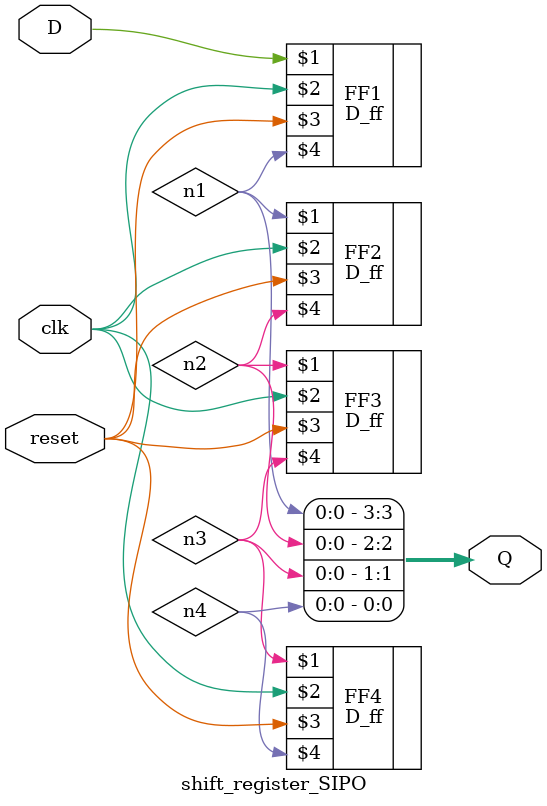
<source format=v>
`timescale 1ns / 1ps

module shift_register_SIPO(
    input wire D, // serial input
    input wire clk,reset,
    output wire [3:0]Q // parallel output
    );
    wire n1,n2,n3,n4 ;
    
    
    D_ff FF1(D, clk, reset, n1);
    D_ff FF2(n1, clk, reset, n2);
    D_ff FF3(n2, clk, reset, n3);
    D_ff FF4(n3, clk, reset, n4);
    
    assign Q = {n1,n2,n3,n4};
    
    
endmodule

</source>
